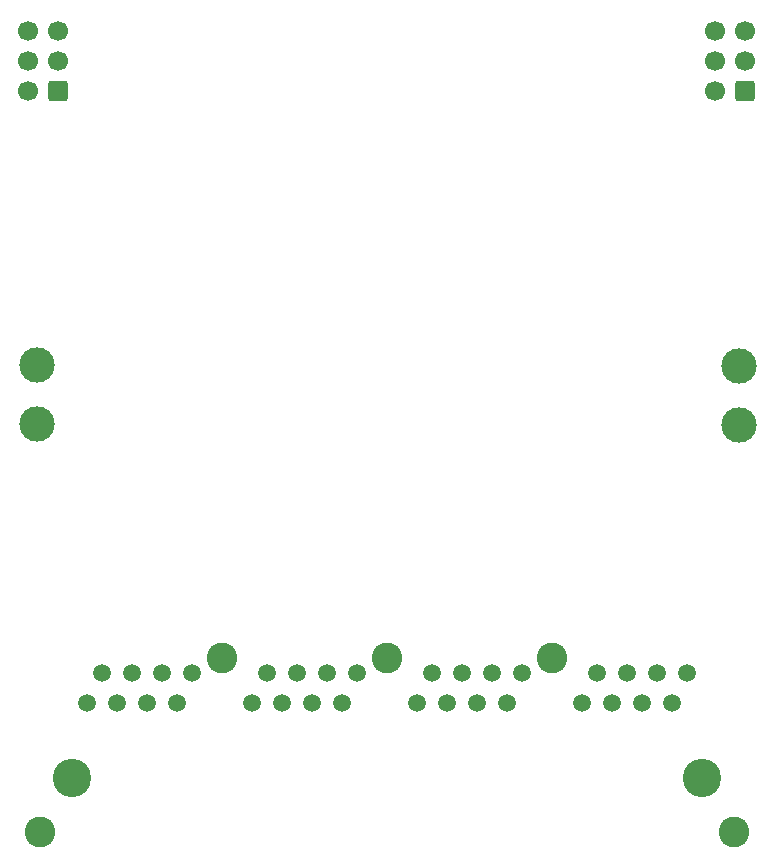
<source format=gbs>
%TF.GenerationSoftware,KiCad,Pcbnew,(6.0.9)*%
%TF.CreationDate,2023-11-09T20:34:28+05:30*%
%TF.ProjectId,Modular-I2C-4PxRJ45-Relay-Driver,4d6f6475-6c61-4722-9d49-32432d345078,2*%
%TF.SameCoordinates,Original*%
%TF.FileFunction,Soldermask,Bot*%
%TF.FilePolarity,Negative*%
%FSLAX46Y46*%
G04 Gerber Fmt 4.6, Leading zero omitted, Abs format (unit mm)*
G04 Created by KiCad (PCBNEW (6.0.9)) date 2023-11-09 20:34:28*
%MOMM*%
%LPD*%
G01*
G04 APERTURE LIST*
G04 Aperture macros list*
%AMRoundRect*
0 Rectangle with rounded corners*
0 $1 Rounding radius*
0 $2 $3 $4 $5 $6 $7 $8 $9 X,Y pos of 4 corners*
0 Add a 4 corners polygon primitive as box body*
4,1,4,$2,$3,$4,$5,$6,$7,$8,$9,$2,$3,0*
0 Add four circle primitives for the rounded corners*
1,1,$1+$1,$2,$3*
1,1,$1+$1,$4,$5*
1,1,$1+$1,$6,$7*
1,1,$1+$1,$8,$9*
0 Add four rect primitives between the rounded corners*
20,1,$1+$1,$2,$3,$4,$5,0*
20,1,$1+$1,$4,$5,$6,$7,0*
20,1,$1+$1,$6,$7,$8,$9,0*
20,1,$1+$1,$8,$9,$2,$3,0*%
G04 Aperture macros list end*
%ADD10RoundRect,0.250000X0.600000X0.600000X-0.600000X0.600000X-0.600000X-0.600000X0.600000X-0.600000X0*%
%ADD11C,1.700000*%
%ADD12C,3.000000*%
%ADD13C,3.250000*%
%ADD14C,1.500000*%
%ADD15C,2.600000*%
G04 APERTURE END LIST*
D10*
%TO.C,J1*%
X179933600Y-54864000D03*
D11*
X177393600Y-54864000D03*
X179933600Y-52324000D03*
X177393600Y-52324000D03*
X179933600Y-49784000D03*
X177393600Y-49784000D03*
%TD*%
D12*
%TO.C,J4*%
X179367900Y-83133800D03*
X179367900Y-78135800D03*
%TD*%
D10*
%TO.C,J2*%
X121793000Y-54864000D03*
D11*
X119253000Y-54864000D03*
X121793000Y-52324000D03*
X119253000Y-52324000D03*
X121793000Y-49784000D03*
X119253000Y-49784000D03*
%TD*%
D12*
%TO.C,J3*%
X119938800Y-78069800D03*
X119938800Y-83067800D03*
%TD*%
D13*
%TO.C,RJ45-1*%
X122936000Y-113042500D03*
X176276000Y-113042500D03*
D14*
X124206000Y-106692500D03*
X125476000Y-104152500D03*
X126746000Y-106692500D03*
X128016000Y-104152500D03*
X129286000Y-106692500D03*
X130556000Y-104152500D03*
X131826000Y-106692500D03*
X133096000Y-104152500D03*
X138176000Y-106692500D03*
X139446000Y-104152500D03*
X140716000Y-106692500D03*
X141986000Y-104152500D03*
X143256000Y-106692500D03*
X144526000Y-104152500D03*
X145796000Y-106692500D03*
X147066000Y-104152500D03*
X152146000Y-106692500D03*
X153416000Y-104152500D03*
X154686000Y-106692500D03*
X155956000Y-104152500D03*
X157226000Y-106692500D03*
X158496000Y-104152500D03*
X159766000Y-106692500D03*
X161036000Y-104152500D03*
X166116000Y-106692500D03*
X167386000Y-104152500D03*
X168656000Y-106692500D03*
X169926000Y-104152500D03*
X171196000Y-106692500D03*
X172466000Y-104152500D03*
X173736000Y-106692500D03*
X175006000Y-104152500D03*
D15*
X163576000Y-102882500D03*
X179006000Y-117612500D03*
X120206000Y-117612500D03*
X149606000Y-102882500D03*
X135636000Y-102882500D03*
%TD*%
M02*

</source>
